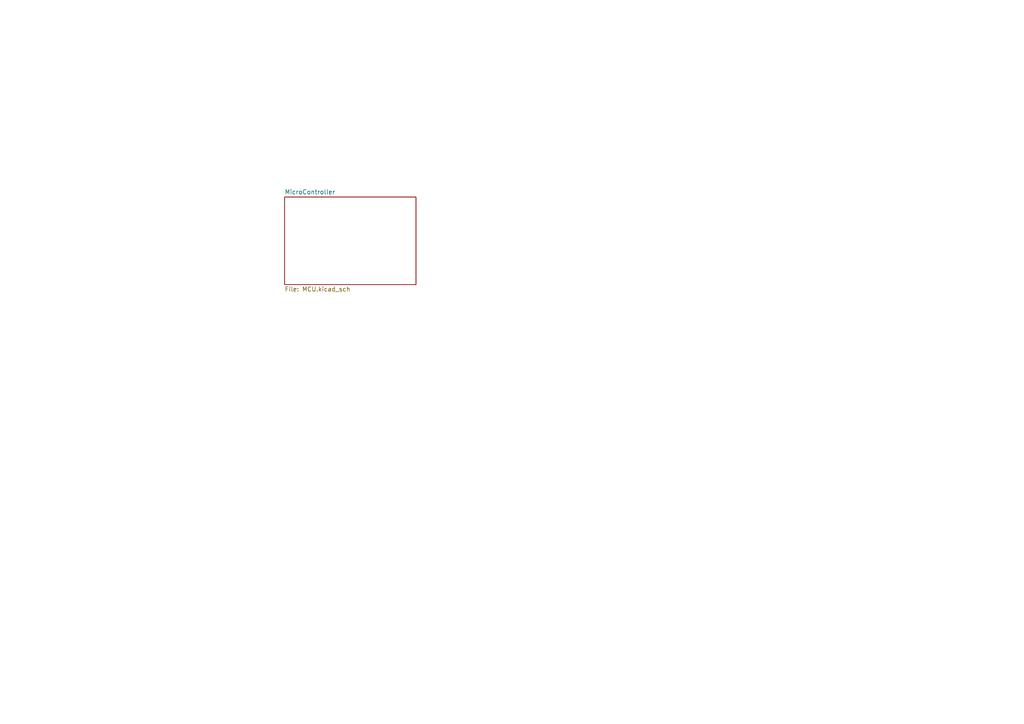
<source format=kicad_sch>
(kicad_sch (version 20230121) (generator eeschema)
  (paper "A4")
  (lib_symbols)
  (sheet (at 82.55 57.15) (size 38.1 25.4) (stroke (width 0.1524))
    (property "Sheetname" "MicroController" (at 82.55 56.4384 0) (effects (justify left bottom)))
    (property "Sheetfile" "MCU.kicad_sch" (at 82.55 83.1346 0) (effects (justify left top)))
  )
)
</source>
